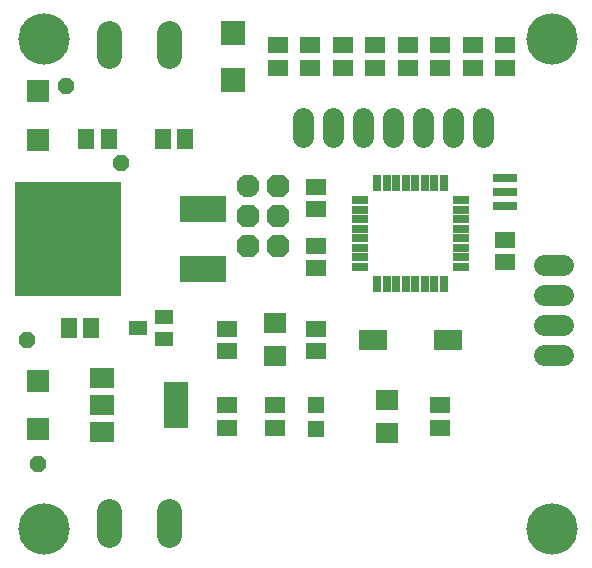
<source format=gbr>
G04 EAGLE Gerber RS-274X export*
G75*
%MOMM*%
%FSLAX34Y34*%
%LPD*%
%INSoldermask Top*%
%IPPOS*%
%AMOC8*
5,1,8,0,0,1.08239X$1,22.5*%
G01*
%ADD10R,1.652400X1.452400*%
%ADD11C,1.768400*%
%ADD12C,1.930400*%
%ADD13P,2.089446X8X292.500000*%
%ADD14R,1.552400X1.152400*%
%ADD15R,1.352400X1.352400*%
%ADD16R,2.152400X1.652400*%
%ADD17R,2.152400X3.952400*%
%ADD18R,1.952400X1.752400*%
%ADD19C,2.152400*%
%ADD20R,1.852400X1.952400*%
%ADD21R,1.452400X1.652400*%
%ADD22R,3.962400X2.235200*%
%ADD23R,9.042400X9.652400*%
%ADD24R,2.452400X1.752400*%
%ADD25R,2.152400X2.152400*%
%ADD26R,1.422400X0.652400*%
%ADD27R,0.652400X1.422400*%
%ADD28R,2.152400X0.652400*%
%ADD29C,4.352400*%
%ADD30P,1.463824X8X22.500000*%


D10*
X260000Y430500D03*
X260000Y449500D03*
X315000Y430500D03*
X315000Y449500D03*
X370000Y430500D03*
X370000Y449500D03*
X425000Y430500D03*
X425000Y449500D03*
X232500Y430500D03*
X232500Y449500D03*
X287500Y430500D03*
X287500Y449500D03*
X342500Y430500D03*
X342500Y449500D03*
X397500Y430500D03*
X397500Y449500D03*
X370000Y125500D03*
X370000Y144500D03*
D11*
X458170Y263100D02*
X474330Y263100D01*
X474330Y237700D02*
X458170Y237700D01*
X458170Y212300D02*
X474330Y212300D01*
X474330Y186900D02*
X458170Y186900D01*
D10*
X425000Y265500D03*
X425000Y284500D03*
X265000Y209500D03*
X265000Y190500D03*
D12*
X207300Y330400D03*
D13*
X207300Y305000D03*
X207300Y279600D03*
X232700Y330400D03*
X232700Y305000D03*
X232700Y279600D03*
D10*
X265000Y329500D03*
X265000Y310500D03*
X265000Y279500D03*
X265000Y260500D03*
D14*
X114000Y210000D03*
X136000Y219500D03*
X136000Y200500D03*
D15*
X265000Y145100D03*
X265000Y124100D03*
D16*
X83500Y168000D03*
X83500Y145000D03*
X83500Y122000D03*
D17*
X146500Y145000D03*
D18*
X325000Y121000D03*
X325000Y149000D03*
D10*
X230000Y144500D03*
X230000Y125500D03*
D19*
X89854Y55000D02*
X89854Y35000D01*
X140146Y35000D02*
X140146Y55000D01*
D10*
X190000Y125500D03*
X190000Y144500D03*
X190000Y190500D03*
X190000Y209500D03*
D20*
X30000Y165500D03*
X30000Y124500D03*
D21*
X55500Y210000D03*
X74500Y210000D03*
D22*
X168900Y259600D03*
X168900Y310400D03*
D23*
X54600Y285000D03*
D20*
X30000Y410500D03*
X30000Y369500D03*
D21*
X89500Y370000D03*
X70500Y370000D03*
D19*
X140146Y440000D02*
X140146Y460000D01*
X89854Y460000D02*
X89854Y440000D01*
D11*
X253800Y388080D02*
X253800Y371920D01*
X279200Y371920D02*
X279200Y388080D01*
X304600Y388080D02*
X304600Y371920D01*
X330000Y371920D02*
X330000Y388080D01*
X355400Y388080D02*
X355400Y371920D01*
X380800Y371920D02*
X380800Y388080D01*
X406200Y388080D02*
X406200Y371920D01*
D21*
X135500Y370000D03*
X154500Y370000D03*
D24*
X313500Y200000D03*
X376500Y200000D03*
D18*
X230000Y186000D03*
X230000Y214000D03*
D25*
X195000Y420000D03*
X195000Y460000D03*
D26*
X387926Y262000D03*
X387926Y270000D03*
X387926Y278000D03*
X387926Y286000D03*
X387926Y294000D03*
X387926Y302000D03*
X387926Y310000D03*
X387926Y318000D03*
D27*
X373000Y332926D03*
X365000Y332926D03*
X357000Y332926D03*
X349000Y332926D03*
X341000Y332926D03*
X333000Y332926D03*
X325000Y332926D03*
X317000Y332926D03*
D26*
X302074Y318000D03*
X302074Y310000D03*
X302074Y302000D03*
X302074Y294000D03*
X302074Y286000D03*
X302074Y278000D03*
X302074Y270000D03*
X302074Y262000D03*
D27*
X317000Y247074D03*
X325000Y247074D03*
X333000Y247074D03*
X341000Y247074D03*
X349000Y247074D03*
X357000Y247074D03*
X365000Y247074D03*
X373000Y247074D03*
D28*
X425000Y325000D03*
X425000Y337000D03*
X425000Y313000D03*
D29*
X35000Y455000D03*
X465000Y455000D03*
X35000Y40000D03*
X465000Y40000D03*
D30*
X30000Y95000D03*
X20000Y200000D03*
X53750Y415000D03*
X100000Y350000D03*
M02*

</source>
